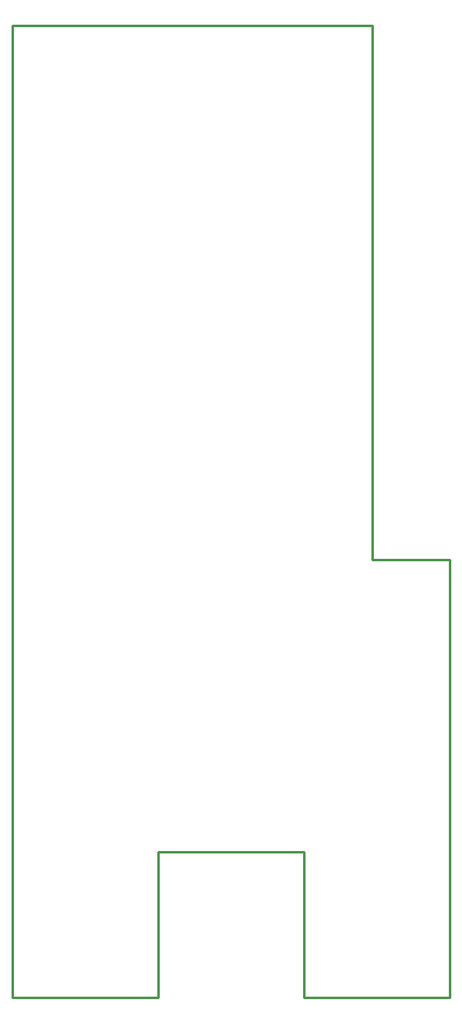
<source format=gko>
%FSTAX24Y24*%
%MOIN*%
G70*
G01*
G75*
G04 Layer_Color=16711935*
%ADD10O,0.0394X0.0984*%
%ADD11R,0.0394X0.0984*%
%ADD12R,0.0394X0.0512*%
%ADD13R,0.0709X0.0709*%
%ADD14R,0.0472X0.0512*%
%ADD15R,0.1004X0.0374*%
%ADD16R,0.1004X0.1299*%
%ADD17O,0.0945X0.0236*%
%ADD18R,0.0945X0.0236*%
%ADD19R,0.0512X0.0394*%
%ADD20R,0.0630X0.0630*%
%ADD21R,0.0374X0.0315*%
%ADD22R,0.0984X0.0512*%
%ADD23O,0.0906X0.0236*%
%ADD24R,0.0709X0.0709*%
%ADD25R,0.0256X0.0472*%
%ADD26C,0.0100*%
%ADD27C,0.0300*%
%ADD28C,0.0250*%
%ADD29C,0.0400*%
%ADD30C,0.0600*%
%ADD31C,0.0200*%
%ADD32C,0.0080*%
%ADD33C,0.0060*%
%ADD34C,0.2756*%
%ADD35C,0.0709*%
%ADD36C,0.0984*%
%ADD37R,0.0984X0.0984*%
G04:AMPARAMS|DCode=38|XSize=37.4mil|YSize=57.1mil|CornerRadius=0mil|HoleSize=0mil|Usage=FLASHONLY|Rotation=345.000|XOffset=0mil|YOffset=0mil|HoleType=Round|Shape=Round|*
%AMOVALD38*
21,1,0.0197,0.0374,0.0000,0.0000,75.0*
1,1,0.0374,-0.0025,-0.0095*
1,1,0.0374,0.0025,0.0095*
%
%ADD38OVALD38*%

G04:AMPARAMS|DCode=39|XSize=37.4mil|YSize=57.1mil|CornerRadius=0mil|HoleSize=0mil|Usage=FLASHONLY|Rotation=10.000|XOffset=0mil|YOffset=0mil|HoleType=Round|Shape=Round|*
%AMOVALD39*
21,1,0.0197,0.0374,0.0000,0.0000,100.0*
1,1,0.0374,0.0017,-0.0097*
1,1,0.0374,-0.0017,0.0097*
%
%ADD39OVALD39*%

%ADD40R,0.0591X0.0591*%
%ADD41C,0.0591*%
%ADD42R,0.0591X0.0591*%
%ADD43C,0.1800*%
%ADD44C,0.0320*%
%ADD45C,0.0500*%
%ADD46C,0.0098*%
%ADD47C,0.0079*%
%ADD48C,0.0236*%
%ADD49C,0.0040*%
%ADD50C,0.0030*%
G04:AMPARAMS|DCode=51|XSize=165.4mil|YSize=0mil|CornerRadius=0mil|HoleSize=0mil|Usage=FLASHONLY|Rotation=345.000|XOffset=0mil|YOffset=0mil|HoleType=Round|Shape=Rectangle|*
%AMROTATEDRECTD51*
4,1,4,-0.0799,0.0214,-0.0799,0.0214,0.0799,-0.0214,0.0799,-0.0214,-0.0799,0.0214,0.0*
%
%ADD51ROTATEDRECTD51*%

G04:AMPARAMS|DCode=52|XSize=173.2mil|YSize=15.7mil|CornerRadius=0mil|HoleSize=0mil|Usage=FLASHONLY|Rotation=345.000|XOffset=0mil|YOffset=0mil|HoleType=Round|Shape=Rectangle|*
%AMROTATEDRECTD52*
4,1,4,-0.0857,0.0148,-0.0816,0.0300,0.0857,-0.0148,0.0816,-0.0300,-0.0857,0.0148,0.0*
%
%ADD52ROTATEDRECTD52*%

G04:AMPARAMS|DCode=53|XSize=165.4mil|YSize=0mil|CornerRadius=0mil|HoleSize=0mil|Usage=FLASHONLY|Rotation=10.000|XOffset=0mil|YOffset=0mil|HoleType=Round|Shape=Rectangle|*
%AMROTATEDRECTD53*
4,1,4,-0.0814,-0.0144,-0.0814,-0.0144,0.0814,0.0144,0.0814,0.0144,-0.0814,-0.0144,0.0*
%
%ADD53ROTATEDRECTD53*%

G04:AMPARAMS|DCode=54|XSize=173.2mil|YSize=15.7mil|CornerRadius=0mil|HoleSize=0mil|Usage=FLASHONLY|Rotation=10.000|XOffset=0mil|YOffset=0mil|HoleType=Round|Shape=Rectangle|*
%AMROTATEDRECTD54*
4,1,4,-0.0839,-0.0228,-0.0867,-0.0073,0.0839,0.0228,0.0867,0.0073,-0.0839,-0.0228,0.0*
%
%ADD54ROTATEDRECTD54*%

%ADD55O,0.0474X0.1064*%
%ADD56R,0.0474X0.1064*%
%ADD57R,0.0474X0.0592*%
%ADD58R,0.0789X0.0789*%
%ADD59R,0.0552X0.0592*%
%ADD60R,0.1084X0.0454*%
%ADD61R,0.1084X0.1379*%
%ADD62O,0.1025X0.0316*%
%ADD63R,0.1025X0.0316*%
%ADD64R,0.0592X0.0474*%
%ADD65R,0.0710X0.0710*%
%ADD66R,0.0454X0.0395*%
%ADD67R,0.1064X0.0592*%
%ADD68O,0.0986X0.0316*%
%ADD69R,0.0789X0.0789*%
%ADD70R,0.0336X0.0552*%
%ADD71C,0.2836*%
%ADD72C,0.0789*%
%ADD73C,0.1064*%
%ADD74R,0.1064X0.1064*%
G04:AMPARAMS|DCode=75|XSize=45.4mil|YSize=65.1mil|CornerRadius=0mil|HoleSize=0mil|Usage=FLASHONLY|Rotation=345.000|XOffset=0mil|YOffset=0mil|HoleType=Round|Shape=Round|*
%AMOVALD75*
21,1,0.0197,0.0454,0.0000,0.0000,75.0*
1,1,0.0454,-0.0025,-0.0095*
1,1,0.0454,0.0025,0.0095*
%
%ADD75OVALD75*%

G04:AMPARAMS|DCode=76|XSize=45.4mil|YSize=65.1mil|CornerRadius=0mil|HoleSize=0mil|Usage=FLASHONLY|Rotation=10.000|XOffset=0mil|YOffset=0mil|HoleType=Round|Shape=Round|*
%AMOVALD76*
21,1,0.0197,0.0454,0.0000,0.0000,100.0*
1,1,0.0454,0.0017,-0.0097*
1,1,0.0454,-0.0017,0.0097*
%
%ADD76OVALD76*%

%ADD77R,0.0671X0.0671*%
%ADD78C,0.0671*%
%ADD79R,0.0671X0.0671*%
%ADD80C,0.1880*%
%ADD81C,0.0400*%
%ADD82C,0.0580*%
D26*
X1849Y13435D02*
Y17372D01*
Y13435D02*
X190806D01*
Y140256D01*
X196711D01*
Y13435D02*
Y140256D01*
Y13435D02*
X202617D01*
Y152067D01*
X200327D02*
X202617D01*
X1849Y17372D02*
X191152D01*
X199467D01*
Y153248D02*
Y17372D01*
Y152067D02*
Y153248D01*
Y152067D02*
X200327D01*
M02*

</source>
